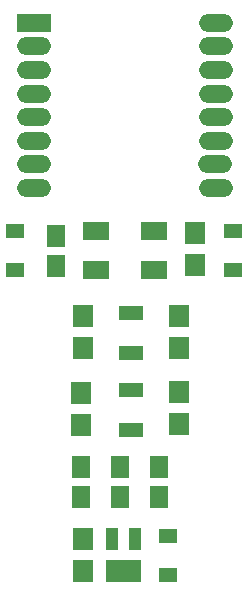
<source format=gbr>
%TF.GenerationSoftware,KiCad,Pcbnew,5.0-dev-unknown-d043ef5~62~ubuntu16.04.1*%
%TF.CreationDate,2018-02-24T21:05:52-07:00*%
%TF.ProjectId,ESP12-Break-02,45535031322D427265616B2D30322E6B,rev?*%
%TF.SameCoordinates,Original*%
%TF.FileFunction,Soldermask,Top*%
%TF.FilePolarity,Negative*%
%FSLAX46Y46*%
G04 Gerber Fmt 4.6, Leading zero omitted, Abs format (unit mm)*
G04 Created by KiCad (PCBNEW 5.0-dev-unknown-d043ef5~62~ubuntu16.04.1) date Sat Feb 24 21:05:52 2018*
%MOMM*%
%LPD*%
G01*
G04 APERTURE LIST*
%ADD10R,2.900000X1.500000*%
%ADD11O,2.900000X1.500000*%
%ADD12R,1.650000X1.900000*%
%ADD13R,1.700000X1.900000*%
%ADD14R,1.050000X1.960000*%
%ADD15R,1.600000X1.300000*%
%ADD16R,2.200000X1.600000*%
%ADD17R,2.100000X1.300000*%
G04 APERTURE END LIST*
D10*
X133285000Y-57150000D03*
D11*
X133285000Y-59150000D03*
X133285000Y-61150000D03*
X133285000Y-63150000D03*
X133285000Y-65150000D03*
X133285000Y-67150000D03*
X133285000Y-69150000D03*
X133285000Y-71150000D03*
X148685000Y-71150000D03*
X148585000Y-69150000D03*
X148685000Y-67150000D03*
X148685000Y-65150000D03*
X148685000Y-63150000D03*
X148685000Y-61150000D03*
X148685000Y-59150000D03*
X148685000Y-57150000D03*
D12*
X140589000Y-94782000D03*
X140589000Y-97282000D03*
D13*
X145542000Y-81962000D03*
X145542000Y-84662000D03*
X137287000Y-88486000D03*
X137287000Y-91186000D03*
X145542000Y-88439000D03*
X145542000Y-91139000D03*
D14*
X139893000Y-100885000D03*
X141793000Y-100885000D03*
X141793000Y-103585000D03*
X140843000Y-103585000D03*
X139893000Y-103585000D03*
D12*
X137287000Y-94782000D03*
X137287000Y-97282000D03*
X143891000Y-97282000D03*
X143891000Y-94782000D03*
D13*
X137414000Y-100885000D03*
X137414000Y-103585000D03*
D15*
X144653000Y-103885000D03*
X144653000Y-100585000D03*
X150114000Y-78104000D03*
X150114000Y-74804000D03*
X131699000Y-78104000D03*
X131699000Y-74804000D03*
D13*
X146939000Y-74977000D03*
X146939000Y-77677000D03*
X137414000Y-84662000D03*
X137414000Y-81962000D03*
D12*
X135128000Y-77704000D03*
X135128000Y-75204000D03*
D16*
X143408400Y-78105000D03*
X143408400Y-74803000D03*
X138531600Y-74803000D03*
X138531600Y-78105000D03*
D17*
X141478000Y-81739000D03*
X141478000Y-85139000D03*
X141478000Y-88216000D03*
X141478000Y-91616000D03*
M02*

</source>
